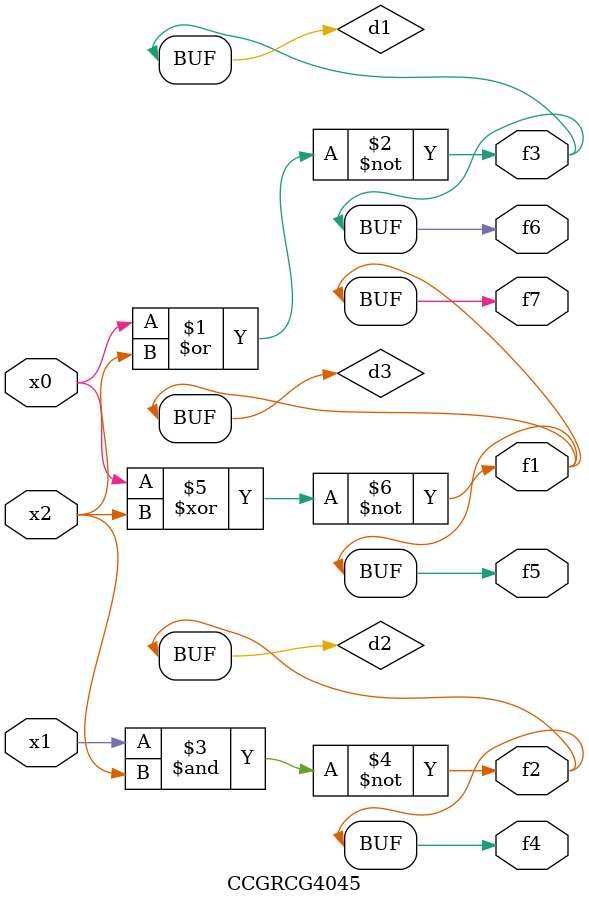
<source format=v>
module CCGRCG4045(
	input x0, x1, x2,
	output f1, f2, f3, f4, f5, f6, f7
);

	wire d1, d2, d3;

	nor (d1, x0, x2);
	nand (d2, x1, x2);
	xnor (d3, x0, x2);
	assign f1 = d3;
	assign f2 = d2;
	assign f3 = d1;
	assign f4 = d2;
	assign f5 = d3;
	assign f6 = d1;
	assign f7 = d3;
endmodule

</source>
